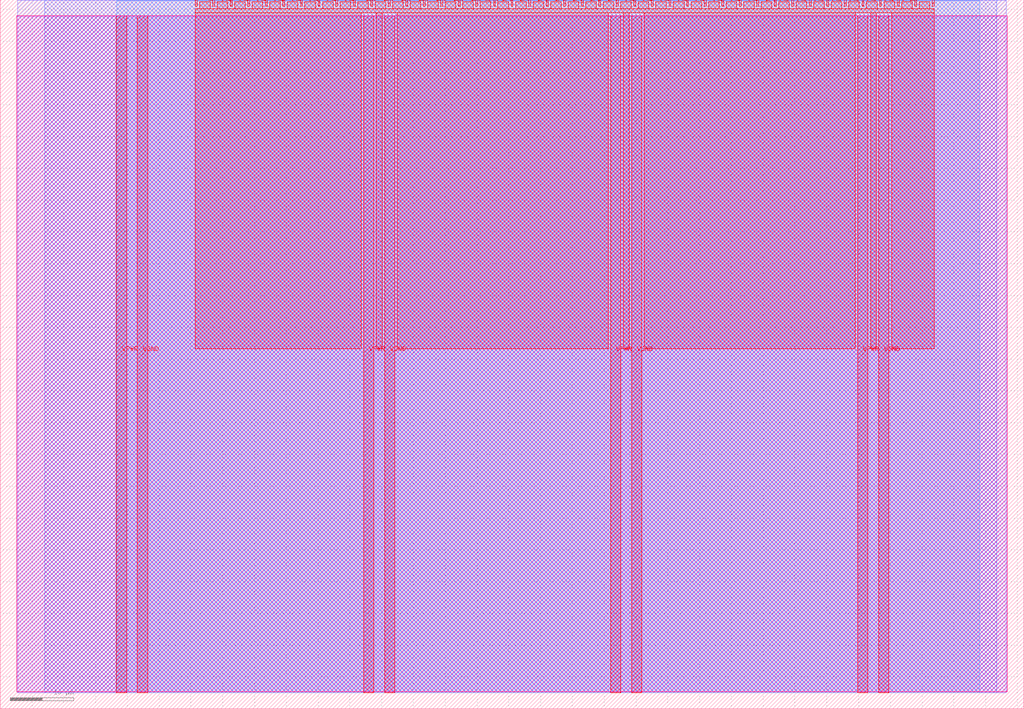
<source format=lef>
VERSION 5.7 ;
  NOWIREEXTENSIONATPIN ON ;
  DIVIDERCHAR "/" ;
  BUSBITCHARS "[]" ;
MACRO tt_um_8bitalu
  CLASS BLOCK ;
  FOREIGN tt_um_8bitalu ;
  ORIGIN 0.000 0.000 ;
  SIZE 161.000 BY 111.520 ;
  PIN VGND
    DIRECTION INOUT ;
    USE GROUND ;
    PORT
      LAYER met4 ;
        RECT 21.580 2.480 23.180 109.040 ;
    END
    PORT
      LAYER met4 ;
        RECT 60.450 2.480 62.050 109.040 ;
    END
    PORT
      LAYER met4 ;
        RECT 99.320 2.480 100.920 109.040 ;
    END
    PORT
      LAYER met4 ;
        RECT 138.190 2.480 139.790 109.040 ;
    END
  END VGND
  PIN VPWR
    DIRECTION INOUT ;
    USE POWER ;
    PORT
      LAYER met4 ;
        RECT 18.280 2.480 19.880 109.040 ;
    END
    PORT
      LAYER met4 ;
        RECT 57.150 2.480 58.750 109.040 ;
    END
    PORT
      LAYER met4 ;
        RECT 96.020 2.480 97.620 109.040 ;
    END
    PORT
      LAYER met4 ;
        RECT 134.890 2.480 136.490 109.040 ;
    END
  END VPWR
  PIN clk
    DIRECTION INPUT ;
    USE SIGNAL ;
    ANTENNAGATEAREA 0.852000 ;
    PORT
      LAYER met4 ;
        RECT 143.830 110.520 144.130 111.520 ;
    END
  END clk
  PIN ena
    DIRECTION INPUT ;
    USE SIGNAL ;
    ANTENNAGATEAREA 0.196500 ;
    PORT
      LAYER met4 ;
        RECT 146.590 110.520 146.890 111.520 ;
    END
  END ena
  PIN rst_n
    DIRECTION INPUT ;
    USE SIGNAL ;
    ANTENNAGATEAREA 0.196500 ;
    PORT
      LAYER met4 ;
        RECT 141.070 110.520 141.370 111.520 ;
    END
  END rst_n
  PIN ui_in[0]
    DIRECTION INPUT ;
    USE SIGNAL ;
    ANTENNAGATEAREA 0.196500 ;
    PORT
      LAYER met4 ;
        RECT 138.310 110.520 138.610 111.520 ;
    END
  END ui_in[0]
  PIN ui_in[1]
    DIRECTION INPUT ;
    USE SIGNAL ;
    ANTENNAGATEAREA 0.196500 ;
    PORT
      LAYER met4 ;
        RECT 135.550 110.520 135.850 111.520 ;
    END
  END ui_in[1]
  PIN ui_in[2]
    DIRECTION INPUT ;
    USE SIGNAL ;
    ANTENNAGATEAREA 0.213000 ;
    PORT
      LAYER met4 ;
        RECT 132.790 110.520 133.090 111.520 ;
    END
  END ui_in[2]
  PIN ui_in[3]
    DIRECTION INPUT ;
    USE SIGNAL ;
    ANTENNAGATEAREA 0.196500 ;
    PORT
      LAYER met4 ;
        RECT 130.030 110.520 130.330 111.520 ;
    END
  END ui_in[3]
  PIN ui_in[4]
    DIRECTION INPUT ;
    USE SIGNAL ;
    ANTENNAGATEAREA 0.126000 ;
    PORT
      LAYER met4 ;
        RECT 127.270 110.520 127.570 111.520 ;
    END
  END ui_in[4]
  PIN ui_in[5]
    DIRECTION INPUT ;
    USE SIGNAL ;
    ANTENNAGATEAREA 0.196500 ;
    PORT
      LAYER met4 ;
        RECT 124.510 110.520 124.810 111.520 ;
    END
  END ui_in[5]
  PIN ui_in[6]
    DIRECTION INPUT ;
    USE SIGNAL ;
    ANTENNAGATEAREA 0.196500 ;
    PORT
      LAYER met4 ;
        RECT 121.750 110.520 122.050 111.520 ;
    END
  END ui_in[6]
  PIN ui_in[7]
    DIRECTION INPUT ;
    USE SIGNAL ;
    ANTENNAGATEAREA 0.159000 ;
    PORT
      LAYER met4 ;
        RECT 118.990 110.520 119.290 111.520 ;
    END
  END ui_in[7]
  PIN uio_in[0]
    DIRECTION INPUT ;
    USE SIGNAL ;
    ANTENNAGATEAREA 0.159000 ;
    PORT
      LAYER met4 ;
        RECT 116.230 110.520 116.530 111.520 ;
    END
  END uio_in[0]
  PIN uio_in[1]
    DIRECTION INPUT ;
    USE SIGNAL ;
    ANTENNAGATEAREA 0.196500 ;
    PORT
      LAYER met4 ;
        RECT 113.470 110.520 113.770 111.520 ;
    END
  END uio_in[1]
  PIN uio_in[2]
    DIRECTION INPUT ;
    USE SIGNAL ;
    ANTENNAGATEAREA 0.126000 ;
    PORT
      LAYER met4 ;
        RECT 110.710 110.520 111.010 111.520 ;
    END
  END uio_in[2]
  PIN uio_in[3]
    DIRECTION INPUT ;
    USE SIGNAL ;
    ANTENNAGATEAREA 0.196500 ;
    PORT
      LAYER met4 ;
        RECT 107.950 110.520 108.250 111.520 ;
    END
  END uio_in[3]
  PIN uio_in[4]
    DIRECTION INPUT ;
    USE SIGNAL ;
    ANTENNAGATEAREA 0.196500 ;
    PORT
      LAYER met4 ;
        RECT 105.190 110.520 105.490 111.520 ;
    END
  END uio_in[4]
  PIN uio_in[5]
    DIRECTION INPUT ;
    USE SIGNAL ;
    ANTENNAGATEAREA 0.196500 ;
    PORT
      LAYER met4 ;
        RECT 102.430 110.520 102.730 111.520 ;
    END
  END uio_in[5]
  PIN uio_in[6]
    DIRECTION INPUT ;
    USE SIGNAL ;
    ANTENNAGATEAREA 0.196500 ;
    PORT
      LAYER met4 ;
        RECT 99.670 110.520 99.970 111.520 ;
    END
  END uio_in[6]
  PIN uio_in[7]
    DIRECTION INPUT ;
    USE SIGNAL ;
    ANTENNAGATEAREA 0.126000 ;
    PORT
      LAYER met4 ;
        RECT 96.910 110.520 97.210 111.520 ;
    END
  END uio_in[7]
  PIN uio_oe[0]
    DIRECTION OUTPUT ;
    USE SIGNAL ;
    PORT
      LAYER met4 ;
        RECT 49.990 110.520 50.290 111.520 ;
    END
  END uio_oe[0]
  PIN uio_oe[1]
    DIRECTION OUTPUT ;
    USE SIGNAL ;
    PORT
      LAYER met4 ;
        RECT 47.230 110.520 47.530 111.520 ;
    END
  END uio_oe[1]
  PIN uio_oe[2]
    DIRECTION OUTPUT ;
    USE SIGNAL ;
    PORT
      LAYER met4 ;
        RECT 44.470 110.520 44.770 111.520 ;
    END
  END uio_oe[2]
  PIN uio_oe[3]
    DIRECTION OUTPUT ;
    USE SIGNAL ;
    PORT
      LAYER met4 ;
        RECT 41.710 110.520 42.010 111.520 ;
    END
  END uio_oe[3]
  PIN uio_oe[4]
    DIRECTION OUTPUT ;
    USE SIGNAL ;
    PORT
      LAYER met4 ;
        RECT 38.950 110.520 39.250 111.520 ;
    END
  END uio_oe[4]
  PIN uio_oe[5]
    DIRECTION OUTPUT ;
    USE SIGNAL ;
    PORT
      LAYER met4 ;
        RECT 36.190 110.520 36.490 111.520 ;
    END
  END uio_oe[5]
  PIN uio_oe[6]
    DIRECTION OUTPUT ;
    USE SIGNAL ;
    PORT
      LAYER met4 ;
        RECT 33.430 110.520 33.730 111.520 ;
    END
  END uio_oe[6]
  PIN uio_oe[7]
    DIRECTION OUTPUT ;
    USE SIGNAL ;
    PORT
      LAYER met4 ;
        RECT 30.670 110.520 30.970 111.520 ;
    END
  END uio_oe[7]
  PIN uio_out[0]
    DIRECTION OUTPUT ;
    USE SIGNAL ;
    ANTENNAGATEAREA 0.126000 ;
    ANTENNADIFFAREA 0.891000 ;
    PORT
      LAYER met4 ;
        RECT 72.070 110.520 72.370 111.520 ;
    END
  END uio_out[0]
  PIN uio_out[1]
    DIRECTION OUTPUT ;
    USE SIGNAL ;
    ANTENNAGATEAREA 0.126000 ;
    ANTENNADIFFAREA 0.891000 ;
    PORT
      LAYER met4 ;
        RECT 69.310 110.520 69.610 111.520 ;
    END
  END uio_out[1]
  PIN uio_out[2]
    DIRECTION OUTPUT ;
    USE SIGNAL ;
    ANTENNAGATEAREA 0.126000 ;
    ANTENNADIFFAREA 0.891000 ;
    PORT
      LAYER met4 ;
        RECT 66.550 110.520 66.850 111.520 ;
    END
  END uio_out[2]
  PIN uio_out[3]
    DIRECTION OUTPUT ;
    USE SIGNAL ;
    ANTENNAGATEAREA 0.126000 ;
    ANTENNADIFFAREA 0.891000 ;
    PORT
      LAYER met4 ;
        RECT 63.790 110.520 64.090 111.520 ;
    END
  END uio_out[3]
  PIN uio_out[4]
    DIRECTION OUTPUT ;
    USE SIGNAL ;
    PORT
      LAYER met4 ;
        RECT 61.030 110.520 61.330 111.520 ;
    END
  END uio_out[4]
  PIN uio_out[5]
    DIRECTION OUTPUT ;
    USE SIGNAL ;
    PORT
      LAYER met4 ;
        RECT 58.270 110.520 58.570 111.520 ;
    END
  END uio_out[5]
  PIN uio_out[6]
    DIRECTION OUTPUT ;
    USE SIGNAL ;
    PORT
      LAYER met4 ;
        RECT 55.510 110.520 55.810 111.520 ;
    END
  END uio_out[6]
  PIN uio_out[7]
    DIRECTION OUTPUT ;
    USE SIGNAL ;
    PORT
      LAYER met4 ;
        RECT 52.750 110.520 53.050 111.520 ;
    END
  END uio_out[7]
  PIN uo_out[0]
    DIRECTION OUTPUT ;
    USE SIGNAL ;
    ANTENNAGATEAREA 0.126000 ;
    ANTENNADIFFAREA 0.891000 ;
    PORT
      LAYER met4 ;
        RECT 94.150 110.520 94.450 111.520 ;
    END
  END uo_out[0]
  PIN uo_out[1]
    DIRECTION OUTPUT ;
    USE SIGNAL ;
    ANTENNAGATEAREA 0.560700 ;
    ANTENNADIFFAREA 1.325700 ;
    PORT
      LAYER met4 ;
        RECT 91.390 110.520 91.690 111.520 ;
    END
  END uo_out[1]
  PIN uo_out[2]
    DIRECTION OUTPUT ;
    USE SIGNAL ;
    ANTENNAGATEAREA 0.126000 ;
    ANTENNADIFFAREA 0.891000 ;
    PORT
      LAYER met4 ;
        RECT 88.630 110.520 88.930 111.520 ;
    END
  END uo_out[2]
  PIN uo_out[3]
    DIRECTION OUTPUT ;
    USE SIGNAL ;
    ANTENNAGATEAREA 0.126000 ;
    ANTENNADIFFAREA 0.891000 ;
    PORT
      LAYER met4 ;
        RECT 85.870 110.520 86.170 111.520 ;
    END
  END uo_out[3]
  PIN uo_out[4]
    DIRECTION OUTPUT ;
    USE SIGNAL ;
    ANTENNAGATEAREA 0.126000 ;
    ANTENNADIFFAREA 0.891000 ;
    PORT
      LAYER met4 ;
        RECT 83.110 110.520 83.410 111.520 ;
    END
  END uo_out[4]
  PIN uo_out[5]
    DIRECTION OUTPUT ;
    USE SIGNAL ;
    ANTENNAGATEAREA 0.126000 ;
    ANTENNADIFFAREA 0.891000 ;
    PORT
      LAYER met4 ;
        RECT 80.350 110.520 80.650 111.520 ;
    END
  END uo_out[5]
  PIN uo_out[6]
    DIRECTION OUTPUT ;
    USE SIGNAL ;
    ANTENNAGATEAREA 0.126000 ;
    ANTENNADIFFAREA 0.891000 ;
    PORT
      LAYER met4 ;
        RECT 77.590 110.520 77.890 111.520 ;
    END
  END uo_out[6]
  PIN uo_out[7]
    DIRECTION OUTPUT ;
    USE SIGNAL ;
    ANTENNAGATEAREA 0.126000 ;
    ANTENNADIFFAREA 0.891000 ;
    PORT
      LAYER met4 ;
        RECT 74.830 110.520 75.130 111.520 ;
    END
  END uo_out[7]
  OBS
      LAYER nwell ;
        RECT 2.570 2.635 158.430 108.990 ;
      LAYER li1 ;
        RECT 2.760 2.635 158.240 108.885 ;
      LAYER met1 ;
        RECT 2.760 2.480 158.240 111.480 ;
      LAYER met2 ;
        RECT 7.000 2.535 156.760 111.510 ;
      LAYER met3 ;
        RECT 18.290 2.555 154.035 111.345 ;
      LAYER met4 ;
        RECT 31.370 110.120 33.030 111.170 ;
        RECT 34.130 110.120 35.790 111.170 ;
        RECT 36.890 110.120 38.550 111.170 ;
        RECT 39.650 110.120 41.310 111.170 ;
        RECT 42.410 110.120 44.070 111.170 ;
        RECT 45.170 110.120 46.830 111.170 ;
        RECT 47.930 110.120 49.590 111.170 ;
        RECT 50.690 110.120 52.350 111.170 ;
        RECT 53.450 110.120 55.110 111.170 ;
        RECT 56.210 110.120 57.870 111.170 ;
        RECT 58.970 110.120 60.630 111.170 ;
        RECT 61.730 110.120 63.390 111.170 ;
        RECT 64.490 110.120 66.150 111.170 ;
        RECT 67.250 110.120 68.910 111.170 ;
        RECT 70.010 110.120 71.670 111.170 ;
        RECT 72.770 110.120 74.430 111.170 ;
        RECT 75.530 110.120 77.190 111.170 ;
        RECT 78.290 110.120 79.950 111.170 ;
        RECT 81.050 110.120 82.710 111.170 ;
        RECT 83.810 110.120 85.470 111.170 ;
        RECT 86.570 110.120 88.230 111.170 ;
        RECT 89.330 110.120 90.990 111.170 ;
        RECT 92.090 110.120 93.750 111.170 ;
        RECT 94.850 110.120 96.510 111.170 ;
        RECT 97.610 110.120 99.270 111.170 ;
        RECT 100.370 110.120 102.030 111.170 ;
        RECT 103.130 110.120 104.790 111.170 ;
        RECT 105.890 110.120 107.550 111.170 ;
        RECT 108.650 110.120 110.310 111.170 ;
        RECT 111.410 110.120 113.070 111.170 ;
        RECT 114.170 110.120 115.830 111.170 ;
        RECT 116.930 110.120 118.590 111.170 ;
        RECT 119.690 110.120 121.350 111.170 ;
        RECT 122.450 110.120 124.110 111.170 ;
        RECT 125.210 110.120 126.870 111.170 ;
        RECT 127.970 110.120 129.630 111.170 ;
        RECT 130.730 110.120 132.390 111.170 ;
        RECT 133.490 110.120 135.150 111.170 ;
        RECT 136.250 110.120 137.910 111.170 ;
        RECT 139.010 110.120 140.670 111.170 ;
        RECT 141.770 110.120 143.430 111.170 ;
        RECT 144.530 110.120 146.190 111.170 ;
        RECT 30.655 109.440 146.905 110.120 ;
        RECT 30.655 56.615 56.750 109.440 ;
        RECT 59.150 56.615 60.050 109.440 ;
        RECT 62.450 56.615 95.620 109.440 ;
        RECT 98.020 56.615 98.920 109.440 ;
        RECT 101.320 56.615 134.490 109.440 ;
        RECT 136.890 56.615 137.790 109.440 ;
        RECT 140.190 56.615 146.905 109.440 ;
  END
END tt_um_8bitalu
END LIBRARY


</source>
